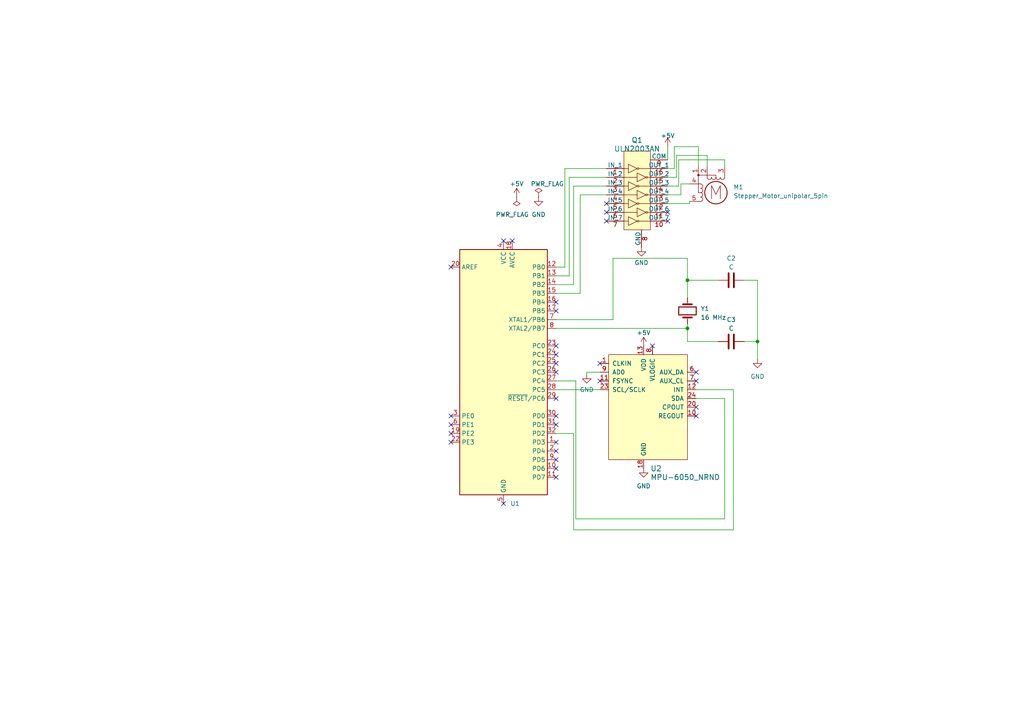
<source format=kicad_sch>
(kicad_sch (version 20230121) (generator eeschema)
  (paper "A4")
  (lib_symbols
    (symbol "Device:C" (pin_numbers hide) (pin_names (offset 0.254))
      (property "Reference" "C" (at 0.635 2.54 0))
      (property "Value" "C" (at 0.635 -2.54 0))
      (symbol "C_0_1"
        (polyline (pts (xy -2.032 -0.762) (xy 2.032 -0.762)) (stroke (width 0.508)))
        (polyline (pts (xy -2.032 0.762) (xy 2.032 0.762)) (stroke (width 0.508)))
      )
      (symbol "C_1_1"
        (pin passive line (at 0 3.81 270) (length 2.794) (name "~") (number "1"))
        (pin passive line (at 0 -3.81 90) (length 2.794) (name "~") (number "2"))
      )
    )
    (symbol "Device:Crystal" (pin_numbers hide) (pin_names (offset 1.016) hide)
      (property "Reference" "Y" (at 0 3.81 0))
      (property "Value" "Crystal" (at 0 -3.81 0))
      (symbol "Crystal_0_1"
        (rectangle (start -1.143 2.54) (end 1.143 -2.54) (stroke (width 0.3048)))
        (polyline (pts (xy -2.54 0) (xy -1.905 0)))
        (polyline (pts (xy -1.905 -1.27) (xy -1.905 1.27)) (stroke (width 0.508)))
        (polyline (pts (xy 1.905 -1.27) (xy 1.905 1.27)) (stroke (width 0.508)))
        (polyline (pts (xy 2.54 0) (xy 1.905 0)))
      )
      (symbol "Crystal_1_1"
        (pin passive line (at -3.81 0 0) (length 1.27) (name "1") (number "1"))
        (pin passive line (at 3.81 0 180) (length 1.27) (name "2") (number "2"))
      )
    )
    (symbol "MCU_Microchip_ATmega:ATmega328PB-A"
      (property "Reference" "U" (at -12.7 36.83 0))
      (property "Value" "ATmega328PB-A" (at 2.54 -36.83 0))
      (symbol "ATmega328PB-A_0_1"
        (rectangle (start -12.7 -35.56) (end 12.7 35.56) (stroke (width 0.254)) (fill (type background)))
      )
      (symbol "ATmega328PB-A_1_1"
        (pin bidirectional line (at 15.24 -20.32 180) (length 2.54) (name "PD3") (number "1"))
        (pin bidirectional line (at 15.24 -27.94 180) (length 2.54) (name "PD6") (number "10"))
        (pin bidirectional line (at 15.24 -30.48 180) (length 2.54) (name "PD7") (number "11"))
        (pin bidirectional line (at 15.24 30.48 180) (length 2.54) (name "PB0") (number "12"))
        (pin bidirectional line (at 15.24 27.94 180) (length 2.54) (name "PB1") (number "13"))
        (pin bidirectional line (at 15.24 25.4 180) (length 2.54) (name "PB2") (number "14"))
        (pin bidirectional line (at 15.24 22.86 180) (length 2.54) (name "PB3") (number "15"))
        (pin bidirectional line (at 15.24 20.32 180) (length 2.54) (name "PB4") (number "16"))
        (pin bidirectional line (at 15.24 17.78 180) (length 2.54) (name "PB5") (number "17"))
        (pin power_in line (at 2.54 38.1 270) (length 2.54) (name "AVCC") (number "18"))
        (pin bidirectional line (at -15.24 -17.78 0) (length 2.54) (name "PE2") (number "19"))
        (pin bidirectional line (at 15.24 -22.86 180) (length 2.54) (name "PD4") (number "2"))
        (pin passive line (at -15.24 30.48 0) (length 2.54) (name "AREF") (number "20"))
        (pin passive line (at 0 -38.1 90) (length 2.54) hide (name "GND") (number "21"))
        (pin bidirectional line (at -15.24 -20.32 0) (length 2.54) (name "PE3") (number "22"))
        (pin bidirectional line (at 15.24 7.62 180) (length 2.54) (name "PC0") (number "23"))
        (pin bidirectional line (at 15.24 5.08 180) (length 2.54) (name "PC1") (number "24"))
        (pin bidirectional line (at 15.24 2.54 180) (length 2.54) (name "PC2") (number "25"))
        (pin bidirectional line (at 15.24 0 180) (length 2.54) (name "PC3") (number "26"))
        (pin bidirectional line (at 15.24 -2.54 180) (length 2.54) (name "PC4") (number "27"))
        (pin bidirectional line (at 15.24 -5.08 180) (length 2.54) (name "PC5") (number "28"))
        (pin bidirectional line (at 15.24 -7.62 180) (length 2.54) (name "~{RESET}/PC6") (number "29"))
        (pin bidirectional line (at -15.24 -12.7 0) (length 2.54) (name "PE0") (number "3"))
        (pin bidirectional line (at 15.24 -12.7 180) (length 2.54) (name "PD0") (number "30"))
        (pin bidirectional line (at 15.24 -15.24 180) (length 2.54) (name "PD1") (number "31"))
        (pin bidirectional line (at 15.24 -17.78 180) (length 2.54) (name "PD2") (number "32"))
        (pin power_in line (at 0 38.1 270) (length 2.54) (name "VCC") (number "4"))
        (pin power_in line (at 0 -38.1 90) (length 2.54) (name "GND") (number "5"))
        (pin bidirectional line (at -15.24 -15.24 0) (length 2.54) (name "PE1") (number "6"))
        (pin bidirectional line (at 15.24 15.24 180) (length 2.54) (name "XTAL1/PB6") (number "7"))
        (pin bidirectional line (at 15.24 12.7 180) (length 2.54) (name "XTAL2/PB7") (number "8"))
        (pin bidirectional line (at 15.24 -25.4 180) (length 2.54) (name "PD5") (number "9"))
      )
    )
    (symbol "Motor:Stepper_Motor_unipolar_5pin" (pin_names (offset 0) hide)
      (property "Reference" "M" (at 3.81 2.54 0))
      (property "Value" "Stepper_Motor_unipolar_5pin" (at 3.81 1.27 0))
      (symbol "Stepper_Motor_unipolar_5pin_0_0"
        (polyline (pts (xy -1.27 -1.778) (xy -1.27 2.032) (xy 0 -0.508) (xy 1.27 2.032) (xy 1.27 -1.778)))
      )
      (symbol "Stepper_Motor_unipolar_5pin_0_1"
        (circle (center -5.08 5.08) (radius 0.0001) (fill (type outline)))
        (circle (center -5.08 5.08) (radius 0.254) (fill (type outline)))
        (arc (start -4.445 -2.54) (mid -3.8127 -1.905) (end -4.445 -1.27))
        (arc (start -4.445 -1.27) (mid -3.8127 -0.635) (end -4.445 0))
        (arc (start -4.445 0) (mid -3.8127 0.635) (end -4.445 1.27))
        (arc (start -4.445 1.27) (mid -3.8127 1.905) (end -4.445 2.54))
        (arc (start -2.54 4.445) (mid -1.905 3.8127) (end -1.27 4.445))
        (arc (start -1.27 4.445) (mid -0.635 3.8127) (end 0 4.445))
        (polyline (pts (xy -5.08 -2.54) (xy -4.445 -2.54)))
        (polyline (pts (xy -5.08 2.54) (xy -4.445 2.54)))
        (polyline (pts (xy -2.54 4.445) (xy -2.54 5.08)))
        (polyline (pts (xy 2.54 4.445) (xy 2.54 5.08)))
        (polyline (pts (xy -5.08 5.08) (xy -5.08 0) (xy -4.445 0)))
        (polyline (pts (xy 0 4.445) (xy 0 5.08) (xy -5.08 5.08)))
        (circle (center 0 0) (radius 3.2512) (stroke (width 0.254)))
        (arc (start 0 4.445) (mid 0.635 3.8127) (end 1.27 4.445))
        (arc (start 1.27 4.445) (mid 1.905 3.8127) (end 2.54 4.445))
      )
      (symbol "Stepper_Motor_unipolar_5pin_1_1"
        (pin passive line (at -5.08 7.62 270) (length 2.54) (name "~") (number "1"))
        (pin passive line (at -2.54 7.62 270) (length 2.54) (name "~") (number "2"))
        (pin passive line (at 2.54 7.62 270) (length 2.54) (name "-") (number "3"))
        (pin passive line (at -7.62 2.54 0) (length 2.54) (name "~") (number "4"))
        (pin passive line (at -7.62 -2.54 0) (length 2.54) (name "~") (number "5"))
      )
    )
    (symbol "dk_Motion-Sensors-IMUs-Inertial-Measurement-Units:MPU-6050_NRND" (pin_names (offset 1.016))
      (property "Reference" "U" (at -10.2108 16.3068 0))
      (property "Value" "MPU-6050_NRND" (at 0.4572 -16.4592 0))
      (symbol "MPU-6050_NRND_1_0"
        (pin input line (at -12.7 12.7 0) (length 2.54) (name "CLKIN") (number "1"))
        (pin unspecified line (at 15.24 -2.54 180) (length 2.54) (name "REGOUT") (number "10"))
        (pin input line (at -12.7 7.62 0) (length 2.54) (name "FSYNC") (number "11"))
        (pin output line (at 15.24 5.08 180) (length 2.54) (name "INT") (number "12"))
        (pin power_in line (at 0 17.78 270) (length 2.54) (name "VDD") (number "13"))
        (pin no_connect line (at 12.7 -10.16 180) (length 2.54) hide (name "NC") (number "14"))
        (pin no_connect line (at 12.7 -12.7 180) (length 2.54) hide (name "NC") (number "15"))
        (pin no_connect line (at 12.7 -7.62 180) (length 2.54) hide (name "NC") (number "16"))
        (pin no_connect line (at 12.7 -5.08 180) (length 2.54) hide (name "NC") (number "17"))
        (pin power_in line (at 0 -17.78 90) (length 2.54) (name "GND") (number "18"))
        (pin no_connect line (at -10.16 2.54 0) (length 2.54) hide (name "RESV") (number "19"))
        (pin no_connect line (at -10.16 -12.7 0) (length 2.54) hide (name "NC") (number "2"))
        (pin unspecified line (at 15.24 0 180) (length 2.54) (name "CPOUT") (number "20"))
        (pin no_connect line (at -10.16 0 0) (length 2.54) hide (name "RESV") (number "21"))
        (pin no_connect line (at -10.16 -2.54 0) (length 2.54) hide (name "RESV") (number "22"))
        (pin input line (at -12.7 5.08 0) (length 2.54) (name "SCL/SCLK") (number "23"))
        (pin bidirectional line (at 15.24 2.54 180) (length 2.54) (name "SDA") (number "24"))
        (pin no_connect line (at -10.16 -10.16 0) (length 2.54) hide (name "NC") (number "3"))
        (pin no_connect line (at -10.16 -7.62 0) (length 2.54) hide (name "NC") (number "4"))
        (pin no_connect line (at -10.16 -5.08 0) (length 2.54) hide (name "NC") (number "5"))
        (pin bidirectional line (at 15.24 10.16 180) (length 2.54) (name "AUX_DA") (number "6"))
        (pin output line (at 15.24 7.62 180) (length 2.54) (name "AUX_CL") (number "7"))
        (pin power_in line (at 2.54 17.78 270) (length 2.54) (name "VLOGIC") (number "8"))
        (pin input line (at -12.7 10.16 0) (length 2.54) (name "AD0") (number "9"))
      )
      (symbol "MPU-6050_NRND_1_1"
        (rectangle (start -10.16 15.24) (end 12.7 -15.24) (fill (type background)))
      )
    )
    (symbol "dk_Transistors-Bipolar-BJT-Arrays:ULN2003AN" (pin_names (offset 0))
      (property "Reference" "Q" (at -4.191 13.8176 0))
      (property "Value" "ULN2003AN" (at 1.4986 -11.557 0))
      (symbol "ULN2003AN_0_1"
        (rectangle (start -5.08 12.7) (end 2.54 -10.16) (fill (type background)))
        (circle (center -1.016 -7.62) (radius 0.254))
        (circle (center -1.016 -2.54) (radius 0.254))
        (circle (center -1.016 2.54) (radius 0.254))
        (circle (center -1.016 7.62) (radius 0.254))
        (polyline (pts (xy -5.08 -5.08) (xy -1.27 -5.08)))
        (polyline (pts (xy -5.08 7.62) (xy -3.81 7.62)))
        (polyline (pts (xy -3.81 -7.62) (xy -5.08 -7.62)))
        (polyline (pts (xy -3.81 -2.54) (xy -5.08 -2.54)))
        (polyline (pts (xy -3.81 2.54) (xy -5.08 2.54)))
        (polyline (pts (xy -1.27 0) (xy -5.08 0)))
        (polyline (pts (xy -1.27 5.08) (xy -5.08 5.08)))
        (polyline (pts (xy -0.762 -7.62) (xy 2.54 -7.62)))
        (polyline (pts (xy -0.762 -2.54) (xy 2.54 -2.54)))
        (polyline (pts (xy -0.762 2.54) (xy 2.54 2.54)))
        (polyline (pts (xy -0.762 7.62) (xy 2.54 7.62)))
        (polyline (pts (xy 1.778 -5.08) (xy 2.54 -5.08)))
        (polyline (pts (xy 1.778 0) (xy 2.54 0)))
        (polyline (pts (xy 1.778 5.08) (xy 2.54 5.08)))
        (polyline (pts (xy -3.81 -6.35) (xy -3.81 -8.89) (xy -1.27 -7.62) (xy -3.81 -6.35)))
        (polyline (pts (xy -3.81 -1.27) (xy -3.81 -3.81) (xy -1.27 -2.54) (xy -3.81 -1.27)))
        (polyline (pts (xy -3.81 3.81) (xy -3.81 1.27) (xy -1.27 2.54) (xy -3.81 3.81)))
        (polyline (pts (xy -3.81 8.89) (xy -3.81 6.35) (xy -1.27 7.62) (xy -3.81 8.89)))
        (polyline (pts (xy -1.27 -3.81) (xy -1.27 -6.35) (xy 1.27 -5.08) (xy -1.27 -3.81)))
        (polyline (pts (xy -1.27 1.27) (xy -1.27 -1.27) (xy 1.27 0) (xy -1.27 1.27)))
        (polyline (pts (xy -1.27 6.35) (xy -1.27 3.81) (xy 1.27 5.08) (xy -1.27 6.35)))
        (circle (center 1.524 -5.08) (radius 0.254))
        (circle (center 1.524 0) (radius 0.254))
        (circle (center 1.524 5.08) (radius 0.254))
      )
      (symbol "ULN2003AN_1_1"
        (pin input line (at -10.16 7.62 0) (length 5.08) (name "IN_1") (number "1"))
        (pin output line (at 7.62 -7.62 180) (length 5.08) (name "OUT_7") (number "10"))
        (pin output line (at 7.62 -5.08 180) (length 5.08) (name "OUT_6") (number "11"))
        (pin output line (at 7.62 -2.54 180) (length 5.08) (name "OUT_5") (number "12"))
        (pin output line (at 7.62 0 180) (length 5.08) (name "OUT_4") (number "13"))
        (pin output line (at 7.62 2.54 180) (length 5.08) (name "OUT_3") (number "14"))
        (pin output line (at 7.62 5.08 180) (length 5.08) (name "OUT_2") (number "15"))
        (pin output line (at 7.62 7.62 180) (length 5.08) (name "OUT_1") (number "16"))
        (pin input line (at -10.16 5.08 0) (length 5.08) (name "IN_2") (number "2"))
        (pin input line (at -10.16 2.54 0) (length 5.08) (name "IN_3") (number "3"))
        (pin input line (at -10.16 0 0) (length 5.08) (name "IN_4") (number "4"))
        (pin input line (at -10.16 -2.54 0) (length 5.08) (name "IN_5") (number "5"))
        (pin input line (at -10.16 -5.08 0) (length 5.08) (name "IN_6") (number "6"))
        (pin input line (at -10.16 -7.62 0) (length 5.08) (name "IN_7") (number "7"))
        (pin power_in line (at 0 -15.24 90) (length 5.08) (name "GND") (number "8"))
        (pin output line (at 7.62 10.16 180) (length 5.08) (name "COM") (number "9"))
      )
    )
    (symbol "power:+5V" (power) (pin_names (offset 0))
      (property "Value" "+5V" (at 0 3.556 0))
      (symbol "+5V_0_1"
        (polyline (pts (xy -0.762 1.27) (xy 0 2.54)))
        (polyline (pts (xy 0 0) (xy 0 2.54)))
        (polyline (pts (xy 0 2.54) (xy 0.762 1.27)))
      )
      (symbol "+5V_1_1"
        (pin power_in line (at 0 0 90) (length 0) hide (name "+5V") (number "1"))
      )
    )
    (symbol "power:GND" (power) (pin_names (offset 0))
      (property "Value" "GND" (at 0 -3.81 0))
      (symbol "GND_0_1"
        (polyline (pts (xy 0 0) (xy 0 -1.27) (xy 1.27 -1.27) (xy 0 -2.54) (xy -1.27 -1.27) (xy 0 -1.27)))
      )
      (symbol "GND_1_1"
        (pin power_in line (at 0 0 270) (length 0) hide (name "GND") (number "1"))
      )
    )
    (symbol "power:PWR_FLAG" (power) (pin_numbers hide) (pin_names (offset 0) hide)
      (property "Value" "PWR_FLAG" (at 0 3.81 0))
      (symbol "PWR_FLAG_0_0"
        (pin power_out line (at 0 0 90) (length 0) (name "pwr") (number "1"))
      )
      (symbol "PWR_FLAG_0_1"
        (polyline (pts (xy 0 0) (xy 0 1.27) (xy -1.016 1.905) (xy 0 2.54) (xy 1.016 1.905) (xy 0 1.27)))
      )
    )
  )
  (junction (at 199.39 95.25))
  (junction (at 219.71 99.06))
  (junction (at 199.39 81.28))
  (no_connect (at 201.93 120.65))
  (no_connect (at 130.81 123.19))
  (no_connect (at 161.29 128.27))
  (no_connect (at 189.23 100.33))
  (no_connect (at 175.895 59.055))
  (no_connect (at 193.675 61.595))
  (no_connect (at 146.05 146.05))
  (no_connect (at 161.29 120.65))
  (no_connect (at 161.29 130.81))
  (no_connect (at 173.99 110.49))
  (no_connect (at 175.895 64.135))
  (no_connect (at 161.29 107.95))
  (no_connect (at 161.29 123.19))
  (no_connect (at 130.81 125.73))
  (no_connect (at 161.29 138.43))
  (no_connect (at 201.93 107.95))
  (no_connect (at 161.29 135.89))
  (no_connect (at 161.29 90.17))
  (no_connect (at 193.675 64.135))
  (no_connect (at 161.29 87.63))
  (no_connect (at 161.29 115.57))
  (no_connect (at 148.59 69.85))
  (no_connect (at 130.81 77.47))
  (no_connect (at 161.29 105.41))
  (no_connect (at 201.93 118.11))
  (no_connect (at 175.895 61.595))
  (no_connect (at 201.93 110.49))
  (no_connect (at 173.99 105.41))
  (no_connect (at 161.29 102.87))
  (no_connect (at 130.81 128.27))
  (no_connect (at 146.05 69.85))
  (no_connect (at 161.29 100.33))
  (no_connect (at 130.81 120.65))
  (no_connect (at 161.29 133.35))
  (wire (pts (xy 210.185 46.355) (xy 210.185 48.26)))
  (wire (pts (xy 173.99 107.95) (xy 170.18 107.95)))
  (wire (pts (xy 202.565 42.545) (xy 202.565 48.26)))
  (wire (pts (xy 193.675 56.515) (xy 197.485 56.515)))
  (wire (pts (xy 193.675 59.055) (xy 200.025 59.055)))
  (wire (pts (xy 165.1 80.01) (xy 165.1 51.435)))
  (wire (pts (xy 196.215 45.085) (xy 205.105 45.085)))
  (wire (pts (xy 199.39 99.06) (xy 199.39 95.25)))
  (wire (pts (xy 210.185 150.495) (xy 167.005 150.495)))
  (wire (pts (xy 161.29 92.71) (xy 177.8 92.71)))
  (wire (pts (xy 170.18 107.95) (xy 170.18 108.585)))
  (wire (pts (xy 167.005 110.49) (xy 167.005 150.495)))
  (wire (pts (xy 193.675 53.975) (xy 196.85 53.975)))
  (wire (pts (xy 163.83 77.47) (xy 163.83 48.895)))
  (wire (pts (xy 199.39 86.36) (xy 199.39 81.28)))
  (wire (pts (xy 193.675 48.895) (xy 195.58 48.895)))
  (wire (pts (xy 219.71 99.06) (xy 215.9 99.06)))
  (wire (pts (xy 212.725 113.03) (xy 212.725 153.67)))
  (wire (pts (xy 161.29 77.47) (xy 163.83 77.47)))
  (wire (pts (xy 197.485 53.34) (xy 200.025 53.34)))
  (wire (pts (xy 199.39 74.93) (xy 199.39 81.28)))
  (wire (pts (xy 197.485 56.515) (xy 197.485 53.34)))
  (wire (pts (xy 196.85 46.355) (xy 210.185 46.355)))
  (wire (pts (xy 177.8 74.93) (xy 199.39 74.93)))
  (wire (pts (xy 205.105 45.085) (xy 205.105 48.26)))
  (wire (pts (xy 166.37 153.67) (xy 166.37 125.73)))
  (wire (pts (xy 199.39 81.28) (xy 208.28 81.28)))
  (wire (pts (xy 168.275 85.09) (xy 168.275 56.515)))
  (wire (pts (xy 166.37 53.975) (xy 175.895 53.975)))
  (wire (pts (xy 161.29 113.03) (xy 173.99 113.03)))
  (wire (pts (xy 193.675 51.435) (xy 196.215 51.435)))
  (wire (pts (xy 201.93 115.57) (xy 210.185 115.57)))
  (wire (pts (xy 199.39 95.25) (xy 199.39 93.98)))
  (wire (pts (xy 193.675 42.545) (xy 193.675 46.355)))
  (wire (pts (xy 215.9 81.28) (xy 219.71 81.28)))
  (wire (pts (xy 196.85 53.975) (xy 196.85 46.355)))
  (wire (pts (xy 161.29 82.55) (xy 166.37 82.55)))
  (wire (pts (xy 165.1 51.435) (xy 175.895 51.435)))
  (wire (pts (xy 161.29 95.25) (xy 199.39 95.25)))
  (wire (pts (xy 163.83 48.895) (xy 175.895 48.895)))
  (wire (pts (xy 195.58 48.895) (xy 195.58 42.545)))
  (wire (pts (xy 161.29 85.09) (xy 168.275 85.09)))
  (wire (pts (xy 161.29 80.01) (xy 165.1 80.01)))
  (wire (pts (xy 219.71 81.28) (xy 219.71 99.06)))
  (wire (pts (xy 208.28 99.06) (xy 199.39 99.06)))
  (wire (pts (xy 166.37 82.55) (xy 166.37 53.975)))
  (wire (pts (xy 200.025 59.055) (xy 200.025 58.42)))
  (wire (pts (xy 210.185 115.57) (xy 210.185 150.495)))
  (wire (pts (xy 166.37 125.73) (xy 161.29 125.73)))
  (wire (pts (xy 219.71 99.06) (xy 219.71 104.14)))
  (wire (pts (xy 167.005 110.49) (xy 161.29 110.49)))
  (wire (pts (xy 168.275 56.515) (xy 175.895 56.515)))
  (wire (pts (xy 212.725 153.67) (xy 166.37 153.67)))
  (wire (pts (xy 177.8 92.71) (xy 177.8 74.93)))
  (wire (pts (xy 201.93 113.03) (xy 212.725 113.03)))
  (wire (pts (xy 195.58 42.545) (xy 202.565 42.545)))
  (wire (pts (xy 196.215 51.435) (xy 196.215 45.085)))
  (symbol (lib_id "power:GND") (at 186.69 135.89 0) (unit 1)
    (property "Reference" "#PWR03" (effects hide))
    (property "Value" "GND" (at 186.69 140.97 0))
  )
  (symbol (lib_id "dk_Transistors-Bipolar-BJT-Arrays:ULN2003AN") (at 186.055 56.515 0) (unit 1)
    (property "Reference" "Q1" (at 184.785 40.64 0) (effects (font (size 1.524 1.524))))
    (property "Value" "ULN2003AN" (at 184.785 43.18 0) (effects (font (size 1.524 1.524))))
    (property "Footprint" "digikey-footprints:DIP-16_W7.62mm" (effects hide))
    (property "Datasheet" "http://www.ti.com/general/docs/suppproductinfo.tsp?distId=10&gotoUrl=http%3A%2F%2Fwww.ti.com%2Flit%2Fgpn%2Fuln2003a" (effects hide))
    (property "Digi-Key_PN" "296-1979-5-ND" (effects hide))
    (property "MPN" "ULN2003AN" (effects hide))
    (property "Category" "Discrete Semiconductor Products" (effects hide))
    (property "Family" "Transistors - Bipolar (BJT) - Arrays" (effects hide))
    (property "DK_Datasheet_Link" "http://www.ti.com/general/docs/suppproductinfo.tsp?distId=10&gotoUrl=http%3A%2F%2Fwww.ti.com%2Flit%2Fgpn%2Fuln2003a" (effects hide))
    (property "DK_Detail_Page" "/product-detail/en/texas-instruments/ULN2003AN/296-1979-5-ND/277624" (effects hide))
    (property "Description" "IC PWR RELAY 7NPN 1:1 16DIP" (effects hide))
    (property "Manufacturer" "Texas Instruments" (effects hide))
    (property "Status" "Active" (effects hide))
  )
  (symbol (lib_id "dk_Motion-Sensors-IMUs-Inertial-Measurement-Units:MPU-6050_NRND") (at 186.69 118.11 0) (unit 1)
    (property "Reference" "U2" (at 188.6459 135.89 0) (effects (font (size 1.524 1.524)) (justify left)))
    (property "Value" "MPU-6050_NRND" (at 188.6459 138.43 0) (effects (font (size 1.524 1.524)) (justify left)))
    (property "Footprint" "digikey-footprints:QFN-24-1EP_4x4mm" (effects hide))
    (property "Datasheet" "https://store.invensense.com/datasheets/invensense/MPU-6050_DataSheet_V3%204.pdf" (effects hide))
    (property "Digi-Key_PN" "1428-1007-1-ND" (effects hide))
    (property "MPN" "MPU-6050" (effects hide))
    (property "Category" "Sensors, Transducers" (effects hide))
    (property "Family" "Motion Sensors - IMUs (Inertial Measurement Units)" (effects hide))
    (property "DK_Datasheet_Link" "https://store.invensense.com/datasheets/invensense/MPU-6050_DataSheet_V3%204.pdf" (effects hide))
    (property "DK_Detail_Page" "/product-detail/en/tdk-invensense/MPU-6050/1428-1007-1-ND/4038010" (effects hide))
    (property "Description" "IMU ACCEL/GYRO 3-AXIS I2C 24QFN" (effects hide))
    (property "Manufacturer" "TDK InvenSense" (effects hide))
    (property "Status" "Not For New Designs" (effects hide))
  )
  (symbol (lib_id "power:GND") (at 156.21 57.15 0) (unit 1)
    (property "Reference" "#PWR05" (effects hide))
    (property "Value" "GND" (at 156.21 62.23 0))
  )
  (symbol (lib_id "power:GND") (at 186.055 71.755 0) (unit 1)
    (property "Reference" "#PWR06" (effects hide))
    (property "Value" "GND" (at 186.055 76.2 0))
  )
  (symbol (lib_id "Device:C") (at 212.09 81.28 270) (unit 1)
    (property "Reference" "C2" (at 212.09 74.93 90))
    (property "Value" "C" (at 212.09 77.47 90))
  )
  (symbol (lib_id "power:PWR_FLAG") (at 149.86 57.15 180) (unit 1)
    (property "Reference" "#FLG01" (effects hide))
    (property "Value" "PWR_FLAG" (at 148.59 62.23 0))
  )
  (symbol (lib_id "power:+5V") (at 149.86 57.15 0) (unit 1)
    (property "Reference" "#PWR04" (effects hide))
    (property "Value" "+5V" (at 149.86 53.34 0))
  )
  (symbol (lib_id "MCU_Microchip_ATmega:ATmega328PB-A") (at 146.05 107.95 0) (unit 1)
    (property "Reference" "U1" (at 148.0059 146.05 0) (effects (justify left)))
    (property "Value" "ATmega328PB-A" (effects hide))
    (property "Footprint" "Package_QFP:TQFP-32_7x7mm_P0.8mm" (effects hide))
    (property "Datasheet" "http://ww1.microchip.com/downloads/en/DeviceDoc/40001906C.pdf" (effects hide))
  )
  (symbol (lib_id "Motor:Stepper_Motor_unipolar_5pin") (at 207.645 55.88 0) (unit 1)
    (property "Reference" "M1" (at 212.725 54.2671 0) (effects (justify left)))
    (property "Value" "Stepper_Motor_unipolar_5pin" (at 212.725 56.8071 0) (effects (justify left)))
    (property "Datasheet" "http://www.infineon.com/dgdl/Application-Note-TLE8110EE_driving_UniPolarStepperMotor_V1.1.pdf?fileId=db3a30431be39b97011be5d0aa0a00b0" (effects hide))
  )
  (symbol (lib_id "power:GND") (at 219.71 104.14 0) (unit 1)
    (property "Reference" "#PWR09" (effects hide))
    (property "Value" "GND" (at 219.71 109.22 0))
  )
  (symbol (lib_id "power:PWR_FLAG") (at 156.21 57.15 0) (unit 1)
    (property "Reference" "#FLG02" (effects hide))
    (property "Value" "PWR_FLAG" (at 158.75 53.34 0))
  )
  (symbol (lib_id "Device:Crystal") (at 199.39 90.17 90) (unit 1)
    (property "Reference" "Y1" (at 203.2 89.535 90) (effects (justify right)))
    (property "Value" "16 MHz" (at 203.2 92.075 90) (effects (justify right)))
  )
  (symbol (lib_id "power:GND") (at 170.18 108.585 0) (unit 1)
    (property "Reference" "#PWR02" (effects hide))
    (property "Value" "GND" (at 170.18 113.03 0))
  )
  (symbol (lib_id "Device:C") (at 212.09 99.06 270) (unit 1)
    (property "Reference" "C3" (at 212.09 92.71 90))
    (property "Value" "C" (at 212.09 95.25 90))
  )
  (symbol (lib_id "power:+5V") (at 193.675 42.545 0) (unit 1)
    (property "Reference" "#PWR07" (effects hide))
    (property "Value" "+5V" (at 193.675 39.37 0))
  )
  (symbol (lib_id "power:+5V") (at 186.69 100.33 0) (unit 1)
    (property "Reference" "#PWR01" (effects hide))
    (property "Value" "+5V" (at 186.69 96.52 0))
  )
)
</source>
